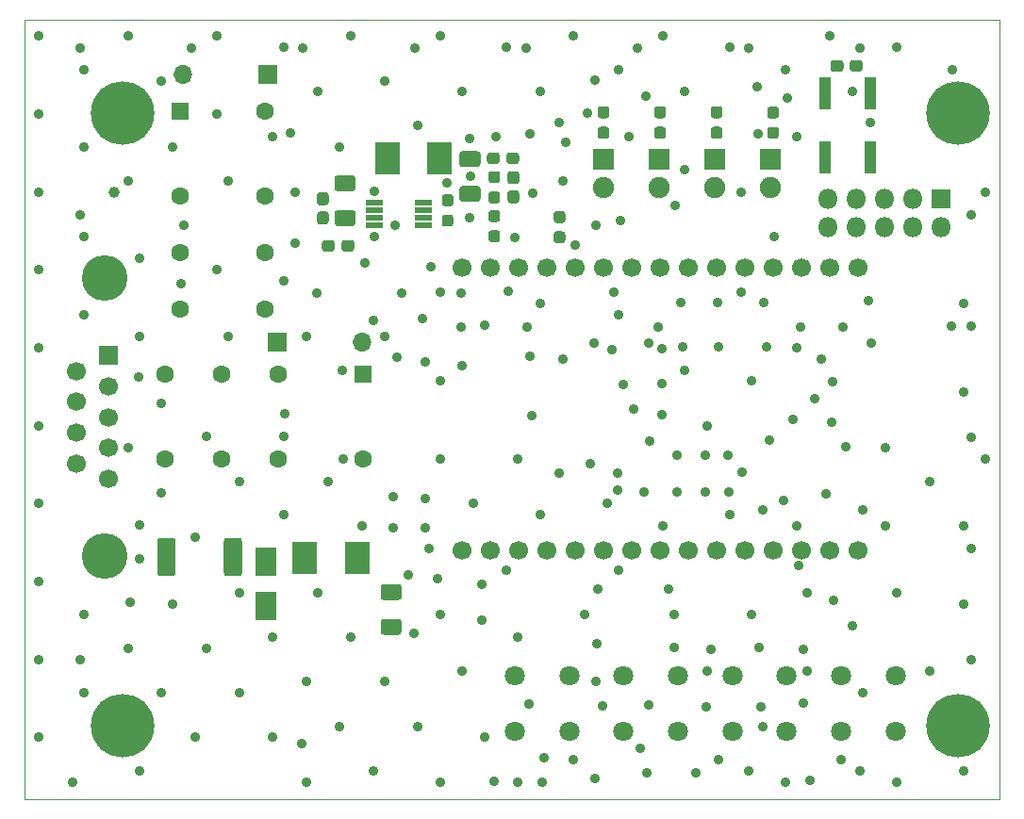
<source format=gbr>
%TF.GenerationSoftware,KiCad,Pcbnew,(5.1.6)-1*%
%TF.CreationDate,2020-12-18T16:38:49+01:00*%
%TF.ProjectId,Board,426f6172-642e-46b6-9963-61645f706362,rev?*%
%TF.SameCoordinates,PX253b400PY7a67730*%
%TF.FileFunction,Soldermask,Top*%
%TF.FilePolarity,Negative*%
%FSLAX46Y46*%
G04 Gerber Fmt 4.6, Leading zero omitted, Abs format (unit mm)*
G04 Created by KiCad (PCBNEW (5.1.6)-1) date 2020-12-18 16:38:49*
%MOMM*%
%LPD*%
G01*
G04 APERTURE LIST*
%TA.AperFunction,Profile*%
%ADD10C,0.050000*%
%TD*%
%ADD11C,1.800000*%
%ADD12C,1.700000*%
%ADD13O,1.800000X1.800000*%
%ADD14R,1.800000X1.800000*%
%ADD15C,1.000000*%
%ADD16C,5.700000*%
%ADD17O,1.700000X1.700000*%
%ADD18R,1.700000X1.700000*%
%ADD19C,4.100000*%
%ADD20R,1.608000X1.608000*%
%ADD21C,1.608000*%
%ADD22R,2.300000X2.850000*%
%ADD23R,1.550000X0.550000*%
%ADD24R,1.900000X2.600000*%
%ADD25R,1.900000X1.900000*%
%ADD26C,1.900000*%
%ADD27R,1.100000X2.900000*%
%ADD28C,0.900000*%
G04 APERTURE END LIST*
D10*
X0Y70000000D02*
X0Y0D01*
X87500000Y70000000D02*
X0Y70000000D01*
X87500000Y0D02*
X87500000Y70000000D01*
X0Y0D02*
X87500000Y0D01*
D11*
X44030000Y11130000D03*
X48910000Y11130000D03*
X53790000Y11130000D03*
X58670000Y11130000D03*
X63550000Y11130000D03*
X68430000Y11130000D03*
X73310000Y11130000D03*
X78190000Y11130000D03*
X44030000Y6130000D03*
X48910000Y6130000D03*
X53790000Y6130000D03*
X58670000Y6130000D03*
X63550000Y6130000D03*
X68430000Y6130000D03*
X73310000Y6130000D03*
X78190000Y6130000D03*
D12*
X39262000Y22374000D03*
X41802000Y22374000D03*
X44342000Y22374000D03*
X46882000Y22374000D03*
X49422000Y22374000D03*
X51962000Y22374000D03*
X54502000Y22374000D03*
X57042000Y22374000D03*
X59582000Y22374000D03*
X62122000Y22374000D03*
X64662000Y22374000D03*
X67202000Y22374000D03*
X69742000Y22374000D03*
X72282000Y22374000D03*
X74822000Y22374000D03*
X39262000Y47774000D03*
X41802000Y47774000D03*
X44342000Y47774000D03*
X46882000Y47774000D03*
X49422000Y47774000D03*
X51962000Y47774000D03*
X54502000Y47774000D03*
X57042000Y47774000D03*
X59582000Y47774000D03*
X62122000Y47774000D03*
X64662000Y47774000D03*
X67202000Y47774000D03*
X69742000Y47774000D03*
X72282000Y47774000D03*
X74822000Y47774000D03*
D13*
X72160000Y51430000D03*
X72160000Y53970000D03*
X74700000Y51430000D03*
X74700000Y53970000D03*
X77240000Y51430000D03*
X77240000Y53970000D03*
X79780000Y51430000D03*
X79780000Y53970000D03*
X82320000Y51430000D03*
D14*
X82320000Y53970000D03*
D15*
X8000000Y54500000D03*
D16*
X83800000Y6600000D03*
X83800000Y61600000D03*
X8800000Y61600000D03*
X8800000Y6600000D03*
D17*
X30270000Y41050000D03*
D18*
X22650000Y41050000D03*
D19*
X7200000Y21810000D03*
X7200000Y46810000D03*
D12*
X4660000Y30155000D03*
X4660000Y32925000D03*
X4660000Y35695000D03*
X4660000Y38465000D03*
X7500000Y28770000D03*
X7500000Y31540000D03*
X7500000Y34310000D03*
X7500000Y37080000D03*
D18*
X7500000Y39850000D03*
D20*
X30390000Y38160000D03*
D21*
X30390000Y30540000D03*
X22770000Y30540000D03*
X22770000Y38160000D03*
X17690000Y38160000D03*
X17690000Y30540000D03*
X12610000Y30540000D03*
X12610000Y38160000D03*
D22*
X37280000Y57580000D03*
X32580000Y57580000D03*
X29850000Y21680000D03*
X25150000Y21680000D03*
D23*
X35780000Y53555000D03*
X35780000Y52905000D03*
X35780000Y52255000D03*
X35780000Y51605000D03*
X31380000Y51605000D03*
X31380000Y52255000D03*
X31380000Y52905000D03*
X31380000Y53555000D03*
G36*
G01*
X41906500Y51105000D02*
X42431500Y51105000D01*
G75*
G02*
X42694000Y50842500I0J-262500D01*
G01*
X42694000Y50292500D01*
G75*
G02*
X42431500Y50030000I-262500J0D01*
G01*
X41906500Y50030000D01*
G75*
G02*
X41644000Y50292500I0J262500D01*
G01*
X41644000Y50842500D01*
G75*
G02*
X41906500Y51105000I262500J0D01*
G01*
G37*
G36*
G01*
X41906500Y52930000D02*
X42431500Y52930000D01*
G75*
G02*
X42694000Y52667500I0J-262500D01*
G01*
X42694000Y52117500D01*
G75*
G02*
X42431500Y51855000I-262500J0D01*
G01*
X41906500Y51855000D01*
G75*
G02*
X41644000Y52117500I0J262500D01*
G01*
X41644000Y52667500D01*
G75*
G02*
X41906500Y52930000I262500J0D01*
G01*
G37*
G36*
G01*
X41906500Y54605000D02*
X42431500Y54605000D01*
G75*
G02*
X42694000Y54342500I0J-262500D01*
G01*
X42694000Y53792500D01*
G75*
G02*
X42431500Y53530000I-262500J0D01*
G01*
X41906500Y53530000D01*
G75*
G02*
X41644000Y53792500I0J262500D01*
G01*
X41644000Y54342500D01*
G75*
G02*
X41906500Y54605000I262500J0D01*
G01*
G37*
G36*
G01*
X41906500Y56430000D02*
X42431500Y56430000D01*
G75*
G02*
X42694000Y56167500I0J-262500D01*
G01*
X42694000Y55617500D01*
G75*
G02*
X42431500Y55355000I-262500J0D01*
G01*
X41906500Y55355000D01*
G75*
G02*
X41644000Y55617500I0J262500D01*
G01*
X41644000Y56167500D01*
G75*
G02*
X41906500Y56430000I262500J0D01*
G01*
G37*
G36*
G01*
X52232500Y61165000D02*
X51707500Y61165000D01*
G75*
G02*
X51445000Y61427500I0J262500D01*
G01*
X51445000Y61977500D01*
G75*
G02*
X51707500Y62240000I262500J0D01*
G01*
X52232500Y62240000D01*
G75*
G02*
X52495000Y61977500I0J-262500D01*
G01*
X52495000Y61427500D01*
G75*
G02*
X52232500Y61165000I-262500J0D01*
G01*
G37*
G36*
G01*
X52232500Y59340000D02*
X51707500Y59340000D01*
G75*
G02*
X51445000Y59602500I0J262500D01*
G01*
X51445000Y60152500D01*
G75*
G02*
X51707500Y60415000I262500J0D01*
G01*
X52232500Y60415000D01*
G75*
G02*
X52495000Y60152500I0J-262500D01*
G01*
X52495000Y59602500D01*
G75*
G02*
X52232500Y59340000I-262500J0D01*
G01*
G37*
G36*
G01*
X67462500Y61157500D02*
X66937500Y61157500D01*
G75*
G02*
X66675000Y61420000I0J262500D01*
G01*
X66675000Y61970000D01*
G75*
G02*
X66937500Y62232500I262500J0D01*
G01*
X67462500Y62232500D01*
G75*
G02*
X67725000Y61970000I0J-262500D01*
G01*
X67725000Y61420000D01*
G75*
G02*
X67462500Y61157500I-262500J0D01*
G01*
G37*
G36*
G01*
X67462500Y59332500D02*
X66937500Y59332500D01*
G75*
G02*
X66675000Y59595000I0J262500D01*
G01*
X66675000Y60145000D01*
G75*
G02*
X66937500Y60407500I262500J0D01*
G01*
X67462500Y60407500D01*
G75*
G02*
X67725000Y60145000I0J-262500D01*
G01*
X67725000Y59595000D01*
G75*
G02*
X67462500Y59332500I-262500J0D01*
G01*
G37*
G36*
G01*
X62392500Y61167500D02*
X61867500Y61167500D01*
G75*
G02*
X61605000Y61430000I0J262500D01*
G01*
X61605000Y61980000D01*
G75*
G02*
X61867500Y62242500I262500J0D01*
G01*
X62392500Y62242500D01*
G75*
G02*
X62655000Y61980000I0J-262500D01*
G01*
X62655000Y61430000D01*
G75*
G02*
X62392500Y61167500I-262500J0D01*
G01*
G37*
G36*
G01*
X62392500Y59342500D02*
X61867500Y59342500D01*
G75*
G02*
X61605000Y59605000I0J262500D01*
G01*
X61605000Y60155000D01*
G75*
G02*
X61867500Y60417500I262500J0D01*
G01*
X62392500Y60417500D01*
G75*
G02*
X62655000Y60155000I0J-262500D01*
G01*
X62655000Y59605000D01*
G75*
G02*
X62392500Y59342500I-262500J0D01*
G01*
G37*
G36*
G01*
X57312500Y61167500D02*
X56787500Y61167500D01*
G75*
G02*
X56525000Y61430000I0J262500D01*
G01*
X56525000Y61980000D01*
G75*
G02*
X56787500Y62242500I262500J0D01*
G01*
X57312500Y62242500D01*
G75*
G02*
X57575000Y61980000I0J-262500D01*
G01*
X57575000Y61430000D01*
G75*
G02*
X57312500Y61167500I-262500J0D01*
G01*
G37*
G36*
G01*
X57312500Y59342500D02*
X56787500Y59342500D01*
G75*
G02*
X56525000Y59605000I0J262500D01*
G01*
X56525000Y60155000D01*
G75*
G02*
X56787500Y60417500I262500J0D01*
G01*
X57312500Y60417500D01*
G75*
G02*
X57575000Y60155000I0J-262500D01*
G01*
X57575000Y59605000D01*
G75*
G02*
X57312500Y59342500I-262500J0D01*
G01*
G37*
G36*
G01*
X47757500Y51015000D02*
X48282500Y51015000D01*
G75*
G02*
X48545000Y50752500I0J-262500D01*
G01*
X48545000Y50202500D01*
G75*
G02*
X48282500Y49940000I-262500J0D01*
G01*
X47757500Y49940000D01*
G75*
G02*
X47495000Y50202500I0J262500D01*
G01*
X47495000Y50752500D01*
G75*
G02*
X47757500Y51015000I262500J0D01*
G01*
G37*
G36*
G01*
X47757500Y52840000D02*
X48282500Y52840000D01*
G75*
G02*
X48545000Y52577500I0J-262500D01*
G01*
X48545000Y52027500D01*
G75*
G02*
X48282500Y51765000I-262500J0D01*
G01*
X47757500Y51765000D01*
G75*
G02*
X47495000Y52027500I0J262500D01*
G01*
X47495000Y52577500D01*
G75*
G02*
X47757500Y52840000I262500J0D01*
G01*
G37*
G36*
G01*
X38242500Y53267500D02*
X37717500Y53267500D01*
G75*
G02*
X37455000Y53530000I0J262500D01*
G01*
X37455000Y54080000D01*
G75*
G02*
X37717500Y54342500I262500J0D01*
G01*
X38242500Y54342500D01*
G75*
G02*
X38505000Y54080000I0J-262500D01*
G01*
X38505000Y53530000D01*
G75*
G02*
X38242500Y53267500I-262500J0D01*
G01*
G37*
G36*
G01*
X38242500Y51442500D02*
X37717500Y51442500D01*
G75*
G02*
X37455000Y51705000I0J262500D01*
G01*
X37455000Y52255000D01*
G75*
G02*
X37717500Y52517500I262500J0D01*
G01*
X38242500Y52517500D01*
G75*
G02*
X38505000Y52255000I0J-262500D01*
G01*
X38505000Y51705000D01*
G75*
G02*
X38242500Y51442500I-262500J0D01*
G01*
G37*
G36*
G01*
X43617500Y54705000D02*
X44142500Y54705000D01*
G75*
G02*
X44405000Y54442500I0J-262500D01*
G01*
X44405000Y53792500D01*
G75*
G02*
X44142500Y53530000I-262500J0D01*
G01*
X43617500Y53530000D01*
G75*
G02*
X43355000Y53792500I0J262500D01*
G01*
X43355000Y54442500D01*
G75*
G02*
X43617500Y54705000I262500J0D01*
G01*
G37*
G36*
G01*
X43617500Y56430000D02*
X44142500Y56430000D01*
G75*
G02*
X44405000Y56167500I0J-262500D01*
G01*
X44405000Y55517500D01*
G75*
G02*
X44142500Y55255000I-262500J0D01*
G01*
X43617500Y55255000D01*
G75*
G02*
X43355000Y55517500I0J262500D01*
G01*
X43355000Y56167500D01*
G75*
G02*
X43617500Y56430000I262500J0D01*
G01*
G37*
G36*
G01*
X27032500Y53347500D02*
X26507500Y53347500D01*
G75*
G02*
X26245000Y53610000I0J262500D01*
G01*
X26245000Y54260000D01*
G75*
G02*
X26507500Y54522500I262500J0D01*
G01*
X27032500Y54522500D01*
G75*
G02*
X27295000Y54260000I0J-262500D01*
G01*
X27295000Y53610000D01*
G75*
G02*
X27032500Y53347500I-262500J0D01*
G01*
G37*
G36*
G01*
X27032500Y51622500D02*
X26507500Y51622500D01*
G75*
G02*
X26245000Y51885000I0J262500D01*
G01*
X26245000Y52535000D01*
G75*
G02*
X26507500Y52797500I262500J0D01*
G01*
X27032500Y52797500D01*
G75*
G02*
X27295000Y52535000I0J-262500D01*
G01*
X27295000Y51885000D01*
G75*
G02*
X27032500Y51622500I-262500J0D01*
G01*
G37*
G36*
G01*
X73525000Y66142500D02*
X73525000Y65617500D01*
G75*
G02*
X73262500Y65355000I-262500J0D01*
G01*
X72612500Y65355000D01*
G75*
G02*
X72350000Y65617500I0J262500D01*
G01*
X72350000Y66142500D01*
G75*
G02*
X72612500Y66405000I262500J0D01*
G01*
X73262500Y66405000D01*
G75*
G02*
X73525000Y66142500I0J-262500D01*
G01*
G37*
G36*
G01*
X75250000Y66142500D02*
X75250000Y65617500D01*
G75*
G02*
X74987500Y65355000I-262500J0D01*
G01*
X74337500Y65355000D01*
G75*
G02*
X74075000Y65617500I0J262500D01*
G01*
X74075000Y66142500D01*
G75*
G02*
X74337500Y66405000I262500J0D01*
G01*
X74987500Y66405000D01*
G75*
G02*
X75250000Y66142500I0J-262500D01*
G01*
G37*
G36*
G01*
X42655000Y57842500D02*
X42655000Y57317500D01*
G75*
G02*
X42392500Y57055000I-262500J0D01*
G01*
X41767500Y57055000D01*
G75*
G02*
X41505000Y57317500I0J262500D01*
G01*
X41505000Y57842500D01*
G75*
G02*
X41767500Y58105000I262500J0D01*
G01*
X42392500Y58105000D01*
G75*
G02*
X42655000Y57842500I0J-262500D01*
G01*
G37*
G36*
G01*
X44405000Y57842500D02*
X44405000Y57317500D01*
G75*
G02*
X44142500Y57055000I-262500J0D01*
G01*
X43517500Y57055000D01*
G75*
G02*
X43255000Y57317500I0J262500D01*
G01*
X43255000Y57842500D01*
G75*
G02*
X43517500Y58105000I262500J0D01*
G01*
X44142500Y58105000D01*
G75*
G02*
X44405000Y57842500I0J-262500D01*
G01*
G37*
G36*
G01*
X27845000Y49972500D02*
X27845000Y49447500D01*
G75*
G02*
X27582500Y49185000I-262500J0D01*
G01*
X26957500Y49185000D01*
G75*
G02*
X26695000Y49447500I0J262500D01*
G01*
X26695000Y49972500D01*
G75*
G02*
X26957500Y50235000I262500J0D01*
G01*
X27582500Y50235000D01*
G75*
G02*
X27845000Y49972500I0J-262500D01*
G01*
G37*
G36*
G01*
X29595000Y49972500D02*
X29595000Y49447500D01*
G75*
G02*
X29332500Y49185000I-262500J0D01*
G01*
X28707500Y49185000D01*
G75*
G02*
X28445000Y49447500I0J262500D01*
G01*
X28445000Y49972500D01*
G75*
G02*
X28707500Y50235000I262500J0D01*
G01*
X29332500Y50235000D01*
G75*
G02*
X29595000Y49972500I0J-262500D01*
G01*
G37*
G36*
G01*
X32218866Y16200000D02*
X33581134Y16200000D01*
G75*
G02*
X33850000Y15931134I0J-268866D01*
G01*
X33850000Y15043866D01*
G75*
G02*
X33581134Y14775000I-268866J0D01*
G01*
X32218866Y14775000D01*
G75*
G02*
X31950000Y15043866I0J268866D01*
G01*
X31950000Y15931134D01*
G75*
G02*
X32218866Y16200000I268866J0D01*
G01*
G37*
G36*
G01*
X32218866Y19325000D02*
X33581134Y19325000D01*
G75*
G02*
X33850000Y19056134I0J-268866D01*
G01*
X33850000Y18168866D01*
G75*
G02*
X33581134Y17900000I-268866J0D01*
G01*
X32218866Y17900000D01*
G75*
G02*
X31950000Y18168866I0J268866D01*
G01*
X31950000Y19056134D01*
G75*
G02*
X32218866Y19325000I268866J0D01*
G01*
G37*
G36*
G01*
X39298866Y55087500D02*
X40661134Y55087500D01*
G75*
G02*
X40930000Y54818634I0J-268866D01*
G01*
X40930000Y53931366D01*
G75*
G02*
X40661134Y53662500I-268866J0D01*
G01*
X39298866Y53662500D01*
G75*
G02*
X39030000Y53931366I0J268866D01*
G01*
X39030000Y54818634D01*
G75*
G02*
X39298866Y55087500I268866J0D01*
G01*
G37*
G36*
G01*
X39298866Y58212500D02*
X40661134Y58212500D01*
G75*
G02*
X40930000Y57943634I0J-268866D01*
G01*
X40930000Y57056366D01*
G75*
G02*
X40661134Y56787500I-268866J0D01*
G01*
X39298866Y56787500D01*
G75*
G02*
X39030000Y57056366I0J268866D01*
G01*
X39030000Y57943634D01*
G75*
G02*
X39298866Y58212500I268866J0D01*
G01*
G37*
G36*
G01*
X29451134Y54622500D02*
X28088866Y54622500D01*
G75*
G02*
X27820000Y54891366I0J268866D01*
G01*
X27820000Y55778634D01*
G75*
G02*
X28088866Y56047500I268866J0D01*
G01*
X29451134Y56047500D01*
G75*
G02*
X29720000Y55778634I0J-268866D01*
G01*
X29720000Y54891366D01*
G75*
G02*
X29451134Y54622500I-268866J0D01*
G01*
G37*
G36*
G01*
X29451134Y51497500D02*
X28088866Y51497500D01*
G75*
G02*
X27820000Y51766366I0J268866D01*
G01*
X27820000Y52653634D01*
G75*
G02*
X28088866Y52922500I268866J0D01*
G01*
X29451134Y52922500D01*
G75*
G02*
X29720000Y52653634I0J-268866D01*
G01*
X29720000Y51766366D01*
G75*
G02*
X29451134Y51497500I-268866J0D01*
G01*
G37*
G36*
G01*
X13537500Y23218608D02*
X13537500Y20301392D01*
G75*
G02*
X13271108Y20035000I-266392J0D01*
G01*
X12178892Y20035000D01*
G75*
G02*
X11912500Y20301392I0J266392D01*
G01*
X11912500Y23218608D01*
G75*
G02*
X12178892Y23485000I266392J0D01*
G01*
X13271108Y23485000D01*
G75*
G02*
X13537500Y23218608I0J-266392D01*
G01*
G37*
G36*
G01*
X19512500Y23218608D02*
X19512500Y20301392D01*
G75*
G02*
X19246108Y20035000I-266392J0D01*
G01*
X18153892Y20035000D01*
G75*
G02*
X17887500Y20301392I0J266392D01*
G01*
X17887500Y23218608D01*
G75*
G02*
X18153892Y23485000I266392J0D01*
G01*
X19246108Y23485000D01*
G75*
G02*
X19512500Y23218608I0J-266392D01*
G01*
G37*
D24*
X21660000Y17360000D03*
X21660000Y21360000D03*
D21*
X13990000Y44040000D03*
X21610000Y44040000D03*
X21610000Y49120000D03*
X13990000Y49120000D03*
X13990000Y54200000D03*
X21610000Y54200000D03*
X21610000Y61820000D03*
D20*
X13990000Y61820000D03*
D18*
X21870000Y65100000D03*
D17*
X14250000Y65100000D03*
D25*
X51960000Y57490000D03*
D26*
X51960000Y54950000D03*
D27*
X71910000Y57620000D03*
X71910000Y63420000D03*
X75910000Y57620000D03*
X75910000Y63420000D03*
D25*
X66960000Y57490000D03*
D26*
X66960000Y54950000D03*
D25*
X61960000Y57490000D03*
D26*
X61960000Y54950000D03*
D25*
X56960000Y57490000D03*
D26*
X56960000Y54950000D03*
D28*
X65000000Y2500000D03*
X75000000Y2500000D03*
X85000000Y12500000D03*
X85000000Y22500000D03*
X85000000Y32500000D03*
X85000000Y42500000D03*
X85000000Y52500000D03*
X75000000Y67500000D03*
X65000000Y67500000D03*
X55000000Y67500000D03*
X45000000Y67500000D03*
X35000000Y67500000D03*
X25000000Y67500000D03*
X15000000Y67500000D03*
X5000000Y67500000D03*
X5000000Y52500000D03*
X5000000Y12500000D03*
X54720000Y35060000D03*
X31380000Y50580000D03*
X31380000Y54600000D03*
X45560000Y34450000D03*
X71940000Y27430000D03*
X53500000Y52000000D03*
X72500000Y33900000D03*
X73700000Y31700000D03*
X58400000Y53300000D03*
X14000000Y46350000D03*
X62200000Y44650000D03*
X52900000Y45550000D03*
X39150000Y42450000D03*
X45100000Y42400000D03*
X39300000Y38950000D03*
X45400000Y39800000D03*
X45400000Y59800000D03*
X48600000Y59000000D03*
X37950000Y55350000D03*
X40000000Y56000000D03*
X26250000Y45450000D03*
X33850000Y45450000D03*
X39200000Y45500000D03*
X43450000Y45600000D03*
X57200000Y40500000D03*
X57200000Y37300000D03*
X56150000Y32150000D03*
X57250000Y34550000D03*
X58900000Y44650000D03*
X59050000Y40650000D03*
X62300000Y40650000D03*
X66650000Y40650000D03*
X66400000Y44650000D03*
X71500000Y39550000D03*
X70950000Y35950000D03*
X72550000Y37500000D03*
X69000000Y34150000D03*
X66850000Y32300000D03*
X63150000Y30900000D03*
X58550000Y30900000D03*
X61100000Y30900000D03*
X63250000Y27600000D03*
X61150000Y27600000D03*
X58550000Y27600000D03*
X55600000Y27600000D03*
X33100000Y24400000D03*
X35950000Y24350000D03*
X33100000Y27150000D03*
X35950000Y39300000D03*
X33400000Y39750000D03*
X51400000Y14000000D03*
X51450000Y18850000D03*
X37050000Y19800000D03*
X34950000Y14900000D03*
X41050000Y19300000D03*
X41050000Y16100000D03*
X51850000Y8400000D03*
X56050000Y8450000D03*
X61200000Y8300000D03*
X66100000Y8300000D03*
X69950000Y8600000D03*
X35950000Y27050000D03*
X72600000Y17850000D03*
X69500000Y21000000D03*
X28550000Y38550000D03*
X28600000Y30600000D03*
X23350000Y34650000D03*
X69950000Y13500000D03*
X65900000Y13600000D03*
X61650000Y13500000D03*
X57850000Y18850000D03*
X58300000Y13600000D03*
X44000000Y50500000D03*
X75750000Y44750000D03*
X76000000Y41000000D03*
X49390000Y49790000D03*
X70520000Y1680000D03*
X60270000Y2330000D03*
X51240000Y1860000D03*
X55830000Y2380000D03*
X46660000Y3740000D03*
X46470000Y1540000D03*
X42120000Y1630000D03*
X24910000Y5000000D03*
X9510000Y17700000D03*
X68470000Y63020000D03*
X65750000Y64050000D03*
X65840000Y59750000D03*
X55780000Y63130000D03*
X51210000Y64570000D03*
X1291667Y68557500D03*
X1291667Y61557500D03*
X1291667Y54557500D03*
X1291667Y47557500D03*
X1291667Y40557500D03*
X1291667Y33557500D03*
X1291667Y26557500D03*
X1291667Y19557500D03*
X1291667Y12557500D03*
X1291667Y5557500D03*
X4291667Y1557500D03*
X5291667Y65557500D03*
X5291667Y58557500D03*
X5291667Y50557500D03*
X5291667Y43557500D03*
X5291667Y16557500D03*
X5291667Y9557500D03*
X9291667Y68557500D03*
X9291667Y55557500D03*
X9291667Y31557500D03*
X9291667Y13557500D03*
X10291667Y48557500D03*
X10291667Y41557500D03*
X10291667Y21557500D03*
X10291667Y2557500D03*
X12291667Y64557500D03*
X12291667Y35557500D03*
X12291667Y27557500D03*
X12291667Y9557500D03*
X13291667Y58557500D03*
X13291667Y17557500D03*
X14291667Y51557500D03*
X15291667Y23557500D03*
X15291667Y5557500D03*
X16291667Y32557500D03*
X16291667Y13557500D03*
X17291667Y68557500D03*
X17291667Y61557500D03*
X17291667Y47557500D03*
X18291667Y55557500D03*
X18291667Y41557500D03*
X19291667Y28557500D03*
X19291667Y18557500D03*
X19291667Y9557500D03*
X22291667Y59557500D03*
X22291667Y14557500D03*
X22291667Y5557500D03*
X23291667Y67557500D03*
X23291667Y46557500D03*
X23291667Y32557500D03*
X23291667Y25557500D03*
X24291667Y54557500D03*
X25291667Y41557500D03*
X25291667Y10557500D03*
X25291667Y1557500D03*
X26291667Y63557500D03*
X26291667Y18557500D03*
X27291667Y28557500D03*
X28291667Y58557500D03*
X28291667Y6557500D03*
X29291667Y68557500D03*
X29291667Y14557500D03*
X30291667Y24557500D03*
X31291667Y2557500D03*
X32291667Y64557500D03*
X32291667Y41557500D03*
X32291667Y10557500D03*
X33291667Y51557500D03*
X35291667Y60557500D03*
X35291667Y6557500D03*
X36291667Y22557500D03*
X37291667Y68557500D03*
X37291667Y45557500D03*
X37291667Y37557500D03*
X37291667Y30557500D03*
X37291667Y16557500D03*
X37291667Y1557500D03*
X39291667Y63557500D03*
X39291667Y11557500D03*
X40291667Y26557500D03*
X41291667Y42557500D03*
X41291667Y5557500D03*
X42291667Y59557500D03*
X43291667Y67557500D03*
X43291667Y20557500D03*
X44291667Y30557500D03*
X44291667Y14557500D03*
X44291667Y1557500D03*
X45291667Y8557500D03*
X46291667Y63557500D03*
X46291667Y44557500D03*
X46291667Y25557500D03*
X48291667Y55557500D03*
X48291667Y39557500D03*
X49291667Y68557500D03*
X49291667Y3557500D03*
X50291667Y16557500D03*
X51291667Y51557500D03*
X51291667Y10557500D03*
X52291667Y26557500D03*
X53291667Y65557500D03*
X53291667Y43557500D03*
X53291667Y20557500D03*
X54291667Y59557500D03*
X55291667Y4557500D03*
X57291667Y68557500D03*
X57291667Y24557500D03*
X58291667Y16557500D03*
X59291667Y63557500D03*
X59291667Y56557500D03*
X59291667Y38557500D03*
X61291667Y33557500D03*
X61291667Y11557500D03*
X62291667Y3557500D03*
X63291667Y67557500D03*
X63291667Y25557500D03*
X64291667Y54557500D03*
X64291667Y45557500D03*
X65291667Y37557500D03*
X65291667Y16557500D03*
X66291667Y6557500D03*
X67291667Y50557500D03*
X68291667Y65557500D03*
X68291667Y1557500D03*
X69291667Y59557500D03*
X69291667Y40557500D03*
X69291667Y24557500D03*
X70291667Y18557500D03*
X70291667Y11557500D03*
X72291667Y68557500D03*
X73291667Y3557500D03*
X74291667Y63557500D03*
X74291667Y15557500D03*
X75291667Y9557500D03*
X77291667Y31557500D03*
X77291667Y24557500D03*
X78291667Y67557500D03*
X78291667Y18557500D03*
X78291667Y1557500D03*
X81291667Y28557500D03*
X81291667Y11557500D03*
X83291667Y65557500D03*
X84291667Y44557500D03*
X84291667Y36557500D03*
X84291667Y24557500D03*
X84291667Y17557500D03*
X84291667Y2557500D03*
X86291667Y54557500D03*
X86291667Y30557500D03*
X56000000Y40950000D03*
X47980000Y60760000D03*
X75943722Y60806278D03*
X73490000Y42390000D03*
X83200000Y42500000D03*
X52700000Y40400000D03*
X56900000Y42400000D03*
X69700000Y42400000D03*
X10350000Y24600000D03*
X10250000Y37900000D03*
X36450000Y47850000D03*
X50500000Y61650000D03*
X68120000Y26860000D03*
X53279415Y29320585D03*
X64414000Y29364000D03*
X53750000Y37250000D03*
X45592001Y54442001D03*
X39960000Y52220000D03*
X39930000Y59360000D03*
X50800000Y30150000D03*
X51100000Y40950000D03*
X34484902Y20154902D03*
X30550000Y48200000D03*
X35700000Y43200000D03*
X48000000Y29300000D03*
X53220000Y27760000D03*
X66260000Y25960000D03*
X75222001Y25960000D03*
X31280000Y43000000D03*
X24270000Y49920000D03*
X23850000Y59870000D03*
M02*

</source>
